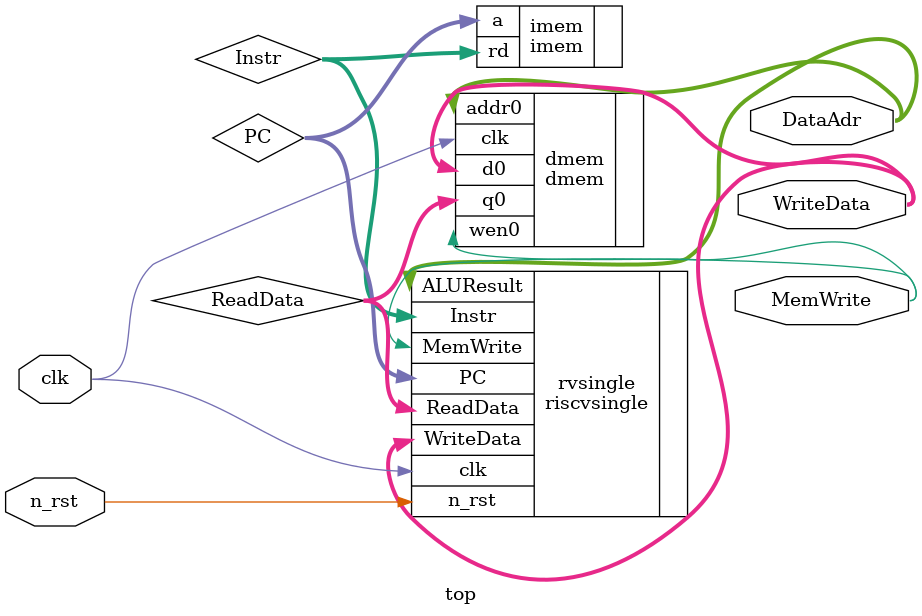
<source format=sv>
module top (
    clk,
    n_rst,
    WriteData,
    DataAdr,
    MemWrite
);

    input clk, n_rst;
    output [31:0] WriteData, DataAdr;
    output MemWrite;

    wire [31:0] PC, Instr, ReadData;

    riscvsingle rvsingle(
        .clk(clk),
        .n_rst(n_rst),
        .PC(PC),
        .Instr(Instr),
        .MemWrite(MemWrite),
        .ALUResult(DataAdr),
        .WriteData(WriteData),
        .ReadData(ReadData)
    );

    imem imem(
        .a(PC), 
        .rd(Instr)
    );

    dmem dmem(
        .clk(clk),
        .wen0(MemWrite),
        .addr0(DataAdr),
        .d0(WriteData),
        .q0(ReadData)
    );

endmodule

</source>
